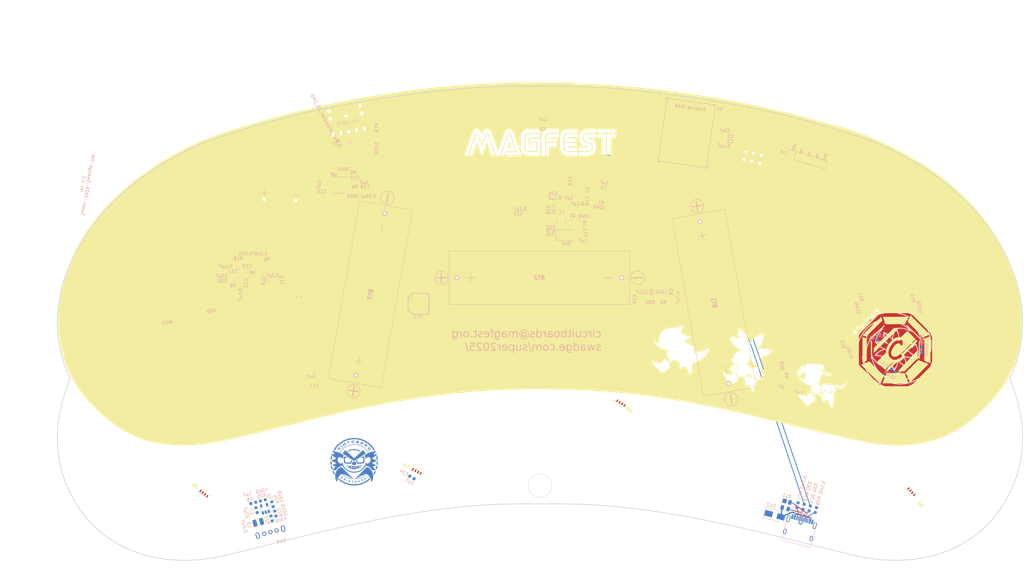
<source format=kicad_pcb>
(kicad_pcb (version 20240108) (generator "pcbnew") (generator_version "8.0")
  (layers (0 "F.Cu" signal) (31 "B.Cu" signal) (34 "B.Paste" user) (35 "F.Paste" user) (36 "B.SilkS" user "B.Silkscreen") (37 "F.SilkS" user "F.Silkscreen") (38 "B.Mask" user) (39 "F.Mask" user) (44 "Edge.Cuts" user))
  (net 0 "")
  (net 1 "BATTMID")
  (net 2 "GND")
  (net 3 "BATTMID2")
  (net 4 "BATTPLUS")
  (net 5 "EN")
  (net 6 "+3V3")
  (net 7 "SNODE")
  (net 8 "MIC")
  (net 9 "Net-(U6-VDD)")
  (net 10 "Net-(U8-Bypass)")
  (net 11 "Net-(C18-Pad1)")
  (net 12 "Net-(C20-Pad1)")
  (net 13 "TFT_LEDA")
  (net 14 "Net-(D1-IN)")
  (net 15 "Net-(D1-OUT)")
  (net 16 "Net-(D2-OUT)")
  (net 17 "Net-(D3-OUT)")
  (net 18 "Net-(D4-OUT)")
  (net 19 "Net-(D5-OUT)")
  (net 20 "Net-(D6-OUT)")
  (net 21 "Net-(D7-OUT)")
  (net 22 "Net-(D8-OUT)")
  (net 23 "Net-(D10-K)")
  (net 24 "Net-(P1-DN1)")
  (net 25 "Net-(P1-DP1)")
  (net 26 "5VIN")
  (net 27 "+5V")
  (net 28 "SPK")
  (net 29 "SCL")
  (net 30 "LCD28")
  (net 31 "SDA")
  (net 32 "RX")
  (net 33 "BTN_1")
  (net 34 "TX")
  (net 35 "Net-(U3-LX)")
  (net 36 "GPIO42")
  (net 37 "GPIO40")
  (net 38 "CC2")
  (net 41 "CC1")
  (net 42 "TFTATP")
  (net 43 "LED")
  (net 44 "Net-(U8-VO1)")
  (net 45 "USB_D+")
  (net 46 "USB_D-")
  (net 47 "VMON")
  (net 48 "Net-(U9-+)")
  (net 49 "Net-(U3-FB)")
  (net 50 "TFT_RS")
  (net 51 "BTN_2")
  (net 52 "BTN_3")
  (net 53 "BTN_4")
  (net 54 "BTN_5")
  (net 55 "BTN_6")
  (net 56 "BTN_7")
  (net 57 "BTN_8")
  (net 60 "TFT_CS")
  (net 61 "TFT_FMARK")
  (net 62 "TOUCH_6")
  (net 63 "TOUCH_2")
  (net 65 "TFT_RESET")
  (net 66 "TOUCH_1")
  (net 67 "TOUCH_4")
  (net 68 "TFT_SCL")
  (net 70 "TFT_SDA")
  (net 71 "TOUCH_5")
  (net 72 "TOUCH_3")
  (net 77 "SPK_SHDN")
  (net 78 "Net-(U8-IN-)")
  (net 79 "Net-(U8-VO2)")
  (net 80 "Net-(U4-Bottom)")
  (net 81 "Net-(U4-Right)")
  (net 82 "Net-(U4-Top_Right)")
  (net 83 "Net-(U4-Top_Left)")
  (net 84 "Net-(U4-Left)")
  (net 85 "Net-(U4-Center)")
  (net 88 "Net-(J2-Pad1)")
  (footprint "Swadge_Parts:4020PAD" (layer "F.Cu") (at 128.056542 192.340604 -38)
    (property "Reference" "D6")
    (property "Value" "LC8812B-4020" (hide yes))
  )
  (footprint "Swadge_Hotdog:longdog-condiment" (layer "F.Cu") (at 81.95 62.4375)
    (property "Reference" "N2" (hide yes))
    (property "Value" "Condiment Acrylic" (hide yes))
  )
  (footprint "Swadge_Parts:4020PAD" (layer "F.Cu") (at 347.444804 94.6195 -30)
    (property "Reference" "D2")
    (property "Value" "LC8812B-4020" (hide yes))
  )
  (footprint "Swadge_Parts:B3FS4002P" (layer "F.Cu") (at 338.583228 122.688846 110)
    (property "Reference" "SW8")
    (property "Value" "B3FS-4002P" (hide yes))
  )
  (footprint "Swadge_Parts:4020PAD" (layer "F.Cu") (at 235.53433 71.93)
    (property "Reference" "D3")
    (property "Value" "LC8812B-4020" (hide yes))
  )
  (footprint "Swadge_Parts:YTS-D003-1A" (layer "F.Cu") (at 138.300523 141.40959 -170)
    (property "Reference" "SW6")
    (property "Value" "YTS-D003-1A")
  )
  (footprint "Swadge_Parts:4020PAD" (layer "F.Cu") (at 259.729356 163.771357 147)
    (property "Reference" "D8")
    (property "Value" "LC8812B-4020" (hide yes))
  )
  (footprint "Swadge_Parts:4020PAD" (layer "F.Cu") (at 195.301841 185.337927 -27)
    (property "Reference" "D7")
    (property "Value" "LC8812B-4020" (hide yes))
  )
  (footprint "Swadge_Parts:4020PAD" (layer "F.Cu") (at 311.889239 161.823783 165)
    (property "Reference" "D1")
    (property "Value" "LC8812B-4020" (hide yes))
  )
  (footprint "Swadge_Parts:Touch_Teeth_5b" (layer "F.Cu") (at 346.334 164.113405 135)
    (property "Reference" "U4" (hide yes))
    (property "Value" "~" (hide yes))
  )
  (footprint "Swadge_Parts:4020PAD" (layer "F.Cu") (at 110.598478 102.266263 40)
    (property "Reference" "D4")
    (property "Value" "LC8812B-4020" (hide yes))
  )
  (footprint "Swadge_Parts:4020PAD" (layer "F.Cu") (at 162.834264 160.351752 -167)
    (property "Reference" "D5")
    (property "Value" "LC8812B-4020" (hide yes))
  )
  (footprint "Swadge_Parts:INGHAi_MIC_GMI4013S-2C58DB" (layer "F.Cu") (at 270.388 116.38)
    (property "Reference" "MK1")
    (property "Value" "Microphone")
  )
  (footprint "Swadge_Parts:NULL" (layer "F.Cu") (at 69.033476 217.44825)
    (property "Reference" "U2" (hide yes))
    (property "Value" "RB017A1505A" (hide yes))
  )
  (footprint "Swadge_Parts:B3FS4002P" (layer "F.Cu") (at 326.983228 128.238846 110)
    (property "Reference" "SW7")
    (property "Value" "B3FS-4002P" (hide yes))
  )
  (footprint "Swadge_Parts:YTS-D003-1A" (layer "F.Cu") (at 139.536898 148.421421 -170)
    (property "Reference" "SW5")
    (property "Value" "YTS-D003-1A")
  )
  (footprint "Swadge_Parts:4020PAD" (layer "F.Cu") (at 351.416512 191.744186 133)
    (property "Reference" "D9")
    (property "Value" "LC8812B-4020" (hide yes))
  )
  (footprint "Swadge_Parts:YTS-D003-1A" (layer "F.Cu") (at 107.6125 150.152544 135)
    (property "Reference" "SW4")
    (property "Value" "YTS-D003-1A")
  )
  (footprint "Swadge_Parts:YTS-D003-1A" (layer "F.Cu") (at 113.521146 144.980583 -135)
    (property "Reference" "SW2")
    (property "Value" "YTS-D003-1A")
  )
  (footprint "Swadge_Hotdog:longdog-outline" (layer "F.Cu") (at 81.775014 62.336748)
    (property "Reference" "N1" (hide yes))
    (property "Value" "Board Outline" (hide yes))
    (fp_poly (pts (xy 152.775391 123.85463) (xy 153.121094 123.884598) (xy 153.818726 124.09906) (xy 154.235748 124.319717) (xy 154.456406 124.439087) (xy 155.016571 124.89798) (xy 155.481659 125.458145) (xy 155.785522 126.030212) (xy 155.821228 126.102036) (xy 156.029999 126.793472) (xy 156.101303 127.514359) (xy 156.029999 128.235748) (xy 155.821228 128.932877) (xy 155.785522 129.0047) (xy 155.481659 129.570557) (xy 155.016571 130.130737) (xy 154.456406 130.595825) (xy 154.235748 130.715195) (xy 153.818726 130.935852) (xy 153.121094 131.144104) (xy 152.775391 131.179764) (xy 152.735596 131.183365) (xy 152.400223 131.215927) (xy 151.678818 131.144104) (xy 151.422501 131.066589) (xy 150.987381 130.935852) (xy 150.344009 130.595825) (xy 150.182785 130.458878) (xy 149.783325 130.130737) (xy 149.324448 129.570557) (xy 149.062454 129.081711) (xy 148.984955 128.932877) (xy 148.770493 128.235764) (xy 148.6987 127.514359) (xy 148.770493 126.792961) (xy 148.984955 126.102051) (xy 149.062454 125.947021) (xy 149.324448 125.45816) (xy 149.5513 125.181686) (xy 149.783325 124.897987) (xy 150.182785 124.576042) (xy 150.344009 124.439102) (xy 150.987381 124.099068) (xy 151.422501 123.962128) (xy 151.678818 123.884613) (xy 152.400223 123.813293)) (stroke (width 0.109918) (color 25 25 25 1)) (fill none) (layer "Edge.Cuts"))
    (fp_poly (pts (xy 152.393753 1.274094) (xy 158.97969 1.274094) (xy 165.711472 1.404037) (xy 172.965713 1.804764) (xy 180.633163 2.44376) (xy 181.580917 2.541214) (xy 188.55571 3.288528) (xy 196.62413 4.328251) (xy 204.63179 5.519608) (xy 212.444992 6.840931) (xy 219.881546 8.259731) (xy 221.38829 8.584648) (xy 226.795547 9.743519) (xy 233.053421 11.281471) (xy 238.752335 12.841068) (xy 244.086746 14.422341) (xy 245.65419 14.90971) (xy 246.492661 15.169632) (xy 249.202438 16.00359) (xy 254.281601 17.584862) (xy 257.952271 18.92791) (xy 261.694824 20.487511) (xy 265.558899 22.426182) (xy 269.579895 24.689552) (xy 269.592163 24.689552) (xy 273.796448 27.23473) (xy 277.952149 30.039848) (xy 281.901306 33.083233) (xy 285.607422 36.354061) (xy 289.070495 39.81984) (xy 292.229797 43.469734) (xy 295.073242 47.271259) (xy 297.588501 51.202755) (xy 299.751404 55.264213) (xy 301.549805 59.401489) (xy 302.947205 63.614574) (xy 303.967834 67.773506) (xy 303.967834 67.784958) (xy 304.57544 71.878906) (xy 304.782288 75.983688) (xy 304.57544 80.055977) (xy 303.967834 84.074112) (xy 302.947082 87.983948) (xy 301.549683 91.763809) (xy 300.638244 93.540009) (xy 301.549683 95.727783) (xy 302.947082 99.940872) (xy 303.967834 104.099808) (xy 304.57544 108.193756) (xy 304.782288 112.298538) (xy 304.57544 116.370827) (xy 304.57544 116.381546) (xy 303.967834 120.388855) (xy 302.947082 124.298691) (xy 302.947082 124.309418) (xy 301.549683 128.089295) (xy 299.751282 131.706696) (xy 297.58844 135.118317) (xy 295.073181 138.291672) (xy 292.229797 141.183426) (xy 292.229797 141.194153) (xy 289.070435 143.782654) (xy 285.619568 145.959595) (xy 281.901245 147.76831) (xy 277.952149 149.208771) (xy 273.796448 150.24852) (xy 269.470581 150.887543) (xy 265.011108 151.125839) (xy 260.442261 150.951874) (xy 260.442261 150.9617) (xy 255.800522 150.38765) (xy 251.122269 149.423767) (xy 244.536331 147.777496) (xy 237.96254 146.131195) (xy 231.376541 144.495819) (xy 224.790604 142.892914) (xy 218.216812 141.344086) (xy 211.630844 139.871124) (xy 205.057053 138.495636) (xy 198.471115 137.228485) (xy 191.885117 136.102188) (xy 185.311355 135.138306) (xy 178.725388 134.347748) (xy 172.13942 133.752121) (xy 165.565628 133.383881) (xy 158.97969 133.264435) (xy 145.819931 133.264435) (xy 139.233963 133.383881) (xy 132.648025 133.752121) (xy 126.074234 134.347748) (xy 119.488266 135.138306) (xy 112.902298 136.102188) (xy 106.328507 137.228485) (xy 99.742569 138.495636) (xy 93.168732 139.871124) (xy 86.582794 141.344086) (xy 79.996842 142.892914) (xy 73.42302 144.495819) (xy 66.837082 146.131195) (xy 60.251129 147.777496) (xy 53.677307 149.423767) (xy 48.999115 150.38765) (xy 44.357346 150.9617) (xy 39.788483 151.125183) (xy 35.316833 150.886886) (xy 30.991013 150.247864) (xy 26.847458 149.20813) (xy 22.898315 147.767654) (xy 19.180054 145.958939) (xy 15.729111 143.782013) (xy 12.569794 141.193497) (xy 12.569794 141.18277) (xy 9.714264 138.291016) (xy 7.198959 135.117676) (xy 5.048187 131.70604) (xy 3.249817 128.088638) (xy 1.840286 124.308762) (xy 1.840286 124.298042) (xy 0.831726 120.388214) (xy 0.224167 116.380898) (xy 0.224167 116.370178) (xy 0.017593 112.297882) (xy 0.224167 108.193108) (xy 0.831726 104.099152) (xy 1.840286 99.940216) (xy 3.249817 95.727135) (xy 4.161163 93.53936) (xy 3.249817 91.773971) (xy 3.249817 91.763252) (xy 1.840286 87.983383) (xy 0.831726 84.073555) (xy 0.224167 80.055412) (xy 0.017593 75.983124) (xy 0.224167 71.878342) (xy 0.831726 67.784393) (xy 0.831726 67.773674) (xy 1.840286 63.614742) (xy 3.249817 59.401653) (xy 5.048187 55.264381) (xy 7.198959 51.202919) (xy 9.714264 47.271427) (xy 12.569794 43.469902) (xy 15.729111 39.820007) (xy 19.180054 36.354225) (xy 22.898315 33.083397) (xy 26.847458 30.040009) (xy 30.991013 27.234894) (xy 35.207474 24.689713) (xy 39.241684 22.426128) (xy 43.105774 20.487457) (xy 46.848343 18.927853) (xy 50.518005 17.584865) (xy 55.585068 16.003605) (xy 60.712891 14.422348) (xy 66.035126 12.841084) (xy 71.746185 11.281487) (xy 78.004074 9.743549) (xy 82.208374 8.844459) (xy 83.034653 8.660446) (xy 84.90596 8.25972) (xy 92.354645 6.84092) (xy 100.167862 5.519596) (xy 108.175522 4.328232) (xy 116.243942 3.288509) (xy 121.468979 2.736149) (xy 124.154373 2.443718) (xy 131.821793 1.804722) (xy 139.088211 1.403995) (xy 145.819962 1.274052)) (stroke (width 0.211913) (color 25 25 25 1)) (fill none) (layer "Edge.Cuts"))
  )
  (footprint "Swadge_Parts:YTS-D003-1A" (layer "F.Cu") (at 107.864292 139.323728 -45)
    (property "Reference" "SW1")
    (property "Value" "YTS-D003-1A")
  )
  (footprint "Swadge_Parts:HCTL HC-FPC-03-10-15RLTAG" (layer "F.Cu") (at 218.964 98.838)
    (property "Reference" "U5")
    (property "Value" "RB017A1505A_Connector")
  )
  (footprint "Swadge_Parts:INGHAi GSPK2308P-8R0.5W" (layer "F.Cu") (at 152.110852 99.60832 -3)
    (property "Reference" "U9")
    (property "Value" "INGHAi_GSPK2307P-8R1W")
  )
  (footprint "Swadge_Parts:YTS-D003-1A" (layer "F.Cu") (at 102.207437 144.980583 45)
    (property "Reference" "SW3")
    (property "Value" "YTS-D003-1A")
  )
  (footprint "Swadge_Parts:PinSocket_2x03_P2.54mm_Vertical" (layer "F.Cu") (at 299.1551 84.312624 77)
    (property "Reference" "J1")
    (property "Value" "SAO")
  )
  (footprint "Swadge_Parts:L_1008_2520Metric" (layer "B.Cu") (at 145.251449 201.43943 15)
    (property "Reference" "L3")
    (property "Value" "2.2uH")
  )
  (footprint "Swadge_Parts:PJ-307C" (layer "B.Cu") (at 172.949738 73.089896 -170)
    (property "Reference" "J2")
    (property "Value" "PJ-307C")
  )
  (footprint "Swadge_Parts:1825232-1" (layer "B.Cu") (at 149.076148 204.527638 -165)
    (property "Reference" "SW9")
    (property "Value" "SW_SPDT_1825232-1")
  )
  (footprint "Swadge_Parts:C_0603_1608Metric" (layer "B.Cu") (at 230.321425 103.814779 180)
    (property "Reference" "C23")
    (property "Value" "0.1μF")
  )
  (footprint "Swadge_Parts:PinHeader_1x05_P2.54mm_Vertical" (layer "B.Cu") (at 313.503944 85.215503 -107)
    (property "Reference" "J3")
    (property "Value" "PGM")
  )
  (footprint "Swadge_Parts:R_0603_1608Metric" (layer "B.Cu") (at 236.764 105.7065 -90)
    (property "Reference" "R26")
    (property "Value" "10kΩ")
  )
  (footprint "Swadge_Parts:R_0603_1608Metric" (layer "B.Cu") (at 182.5548 79.6769 90)
    (property "Reference" "R19")
    (property "Value" "120Ω")
  )
  (footprint "Swadge_Parts:C_0603_1608Metric" (layer "B.Cu") (at 266.222 130.35 180)
    (property "Reference" "C20")
    (property "Value" "22μF")
  )
  (footprint "Swadge_Parts:C_0603_1608Metric" (layer "B.Cu") (at 313.112133 159.25458 -15)
    (property "Reference" "C4")
    (property "Value" "1μF")
  )
  (footprint "Swadge_Parts:L_1210_3225Metric" (layer "B.Cu") (at 240.92 106.4565 90)
    (property "Reference" "L1")
    (property "Value" "33uH_500mA" (hide yes))
  )
  (footprint "Swadge_Parts:C_0603_1608Metric" (layer "B.Cu") (at 243.77 96.594 -90)
    (property "Reference" "C19")
    (property "Value" "1μF")
  )
  (footprint "Swadge_Parts:C_0603_1608Metric" (layer "B.Cu") (at 162.490133 156.61422 15)
    (property "Reference" "C17")
    (property "Value" "1μF")
  )
  (footprint "Swadge_Parts:R_0603_1608Metric" (layer "B.Cu") (at 247.02 106.9565 90)
    (property "Reference" "R7")
    (property "Value" "10kΩ")
  )
  (footprint "Swadge_Parts:R_0603_1608Metric" (layer "B.Cu") (at 146.684233 194.488162 -165)
    (property "Reference" "R25")
    (property "Value" "43kΩ")
  )
  (footprint "Swadge_Parts:SOT-23-5" (layer "B.Cu") (at 147.368602 197.138853 105)
    (property "Reference" "U3")
    (property "Value" "MT3410")
  )
  (footprint "Swadge_Parts:R_0603_1608Metric" (layer "B.Cu") (at 137.201792 125.184893 180)
    (property "Reference" "R8")
    (property "Value" "33Ω")
  )
  (footprint "Swadge_Parts:R_0603_1608Metric" (layer "B.Cu") (at 145.401792 118.104893)
    (property "Reference" "R6")
    (property "Value" "5.1kΩ")
  )
  (footprint "Swadge_Parts:R_0603_1608Metric" (layer "B.Cu") (at 272.522 130.35)
    (property "Reference" "R3")
    (property "Value" "12kΩ")
  )
  (footprint "Swadge_Hotdog:GARBOTNIK" (layer "B.Cu") (at 183.024246 174.791047 180)
    (property "Reference" "REF**" (hide yes))
    (property "Value" "GARBOTNIK" (hide yes))
  )
  (footprint "Swadge_Parts:C_0603_1608Metric" (layer "B.Cu") (at 291.995836 79.151599 -8)
    (property "Reference" "C2")
    (property "Value" "22μF")
  )
  (footprint "Swadge_Parts:C_0603_1608Metric" (layer "B.Cu") (at 238.5075 105.7065 -90)
    (property "Reference" "C22")
    (property "Value" "22μF")
  )
  (footprint "Swadge_Parts:R_0603_1608Metric" (layer "B.Cu") (at 319.334403 197.036779 -105)
    (property "Reference" "R14")
    (property "Value" "33Ω")
  )
  (footprint "Swadge_Parts:SOT-143" (layer "B.Cu") (at 311.879765 195.947519 -105)
    (property "Reference" "D11")
    (property "Value" "SP0503BAHT")
  )
  (footprint "Swadge_Parts:R_0603_1608Metric" (layer "B.Cu") (at 321.266256 197.554418 -105)
    (property "Reference" "R28")
    (property "Value" "5.1kΩ")
  )
  (footprint "Swadge_Parts:R_0603_1608Metric" (layer "B.Cu") (at 315.470701 196.001503 -105)
    (property "Reference" "R27")
    (property "Value" "5.1kΩ")
  )
  (footprint "Swadge_Parts:R_0603_1608Metric" (layer "B.Cu") (at 352.547252 133.638464 -80)
    (property "Reference" "R10")
    (property "Value" "510Ω")
  )
  (footprint "Swadge_Parts:C_0603_1608Metric" (layer "B.Cu") (at 247.02 110.0565 -90)
    (property "Reference" "C11")
    (property "Value" "1μF")
  )
  (footprint "Swadge_Parts:R_0603_1608Metric" (layer "B.Cu") (at 253.682914 99.046914 -8)
    (property "Reference" "R1")
    (property "Value" "10kΩ")
  )
  (footprint "Swadge_Parts:C_0603_1608Metric" (layer "B.Cu") (at 178.916 96.868)
    (property "Reference" "C18")
    (property "Value" "0.39uF")
  )
  (footprint "Swadge_Parts:R_0603_1608Metric" (layer "B.Cu") (at 345.721998 153.47641 -39)
    (property "Reference" "R15")
    (property "Value" "510Ω")
  )
  (footprint "Swadge_Parts:D_SMA" (layer "B.Cu") (at 308.310519 199.196245 -15)
    (property "Reference" "D12")
    (property "Value" "D")
  )
  (footprint "Swadge_Parts:USB_C_Receptacle_HRO_TYPE-C-31-M-12" (layer "B.Cu") (at 315.951097 204.39125 165)
    (property "Reference" "P1")
    (property "Value" "USB_C_Plug_USB2.0")
  )
  (footprint "Swadge_Parts:C_0603_1608Metric" (layer "B.Cu") (at 241.34 97.45855 180)
    (property "Reference" "C25")
    (property "Value" "0.1μF")
  )
  (footprint "Swadge_Parts:R_0603_1608Metric" (layer "B.Cu") (at 175.716 96.868 180)
    (property "Reference" "R9")
    (property "Value" "20kΩ")
  )
  (footprint "Swadge_Parts:LGA-14_3x2.5mm_P0.5mm_LayoutBorder3x4y" (layer "B.Cu") (at 140.575792 122.758393 180)
    (property "Reference" "U6")
    (property "Value" "LSM6DSL")
  )
  (footprint "Swadge_Parts:C_0603_1608Metric" (layer "B.Cu") (at 275.622 130.35 180)
    (property "Reference" "C9")
    (property "Value" "4.7nF")
  )
  (footprint "Swadge_Parts:C_0603_1608Metric" (layer "B.Cu") (at 165.766 94.6555 90)
    (property "Reference" "C15")
    (property "Value" "1μF")
  )
  (footprint "Swadge_Parts:SOP-8_3.9x4.9mm_P1.27mm" (layer "B.Cu") (at 170.397 94.917 180)
    (property "Reference" "U8")
    (property "Value" "FM8002A")
  )
  (footprint "Swadge_Parts:C_0603_1608Metric" (layer "B.Cu") (at 144.71659 197.577234 -75)
    (property "Reference" "C7")
    (property "Value" "22μF")
  )
  (footprint "Swadge_Parts:C_0603_1608Metric" (layer "B.Cu") (at 138.613292 120.470893 180)
    (property "Reference" "C10")
    (property "Value" "0.1μF")
  )
  (footprint "Swadge_Parts:C_0603_1608Metric" (layer "B.Cu") (at 137.201792 123.584893 180)
    (property "Reference" "C12")
    (property "Value" "22μF")
  )
  (footprint "Swadge_Parts:C_0603_1608Metric" (layer "B.Cu") (at 175.716 93.9145 180)
    (property "Reference" "C14")
    (property "Value" "1μF")
  )
  (footprint "Swadge_Parts:R_0603_1608Metric" (layer "B.Cu") (at 330.622937 148.135006 -74)
    (property "Reference" "R12")
    (property "Value" "510Ω")
  )
  (footprint "Swadge_Parts:R_0603_1608Metric" (layer "B.Cu") (at 150.667731 198.652826 105)
    (property "Reference" "R22")
    (property "Value" "10kΩ")
  )
  (footprint "Swadge_Parts:SOT-23" (layer "B.Cu") (at 244.42 106.9565 180)
    (property "Reference" "Q1")
    (property "Value" "Q_PMOS_GSD")
  )
  (footprint "Swadge_Parts:C_0603_1608Metric" (layer "B.Cu") (at 143.674554 195.281662 -165)
    (property "Reference" "C6")
    (property "Value" "1μF")
  )
  (footprint "Swadge_Parts:C_0603_1608Metric" (layer "B.Cu") (at 150.351792 124.924893)
    (property "Reference" "C21")
    (property "Value" "2.2μF")
  )
  (footprint "Swadge_Parts:R_0603_1608Metric" (layer "B.Cu") (at 172.5905 91.408)
    (property "Reference" "R5")
    (property "Value" "20kΩ")
  )
  (footprint "Swadge_Parts:C_0603_1608Metric" (layer "B.Cu") (at 234.8025 75.6384 180)
    (property "Reference" "C5")
    (property "Value" "1μF")
  )
  (footprint "Swadge_Parts:C_0603_1608Metric" (layer "B.Cu") (at 193.760005 187.25865 150)
    (property "Reference" "C24")
    (property "Value" "1μF")
  )
  (footprint "Swadge_Parts:2460" (layer "B.Cu") (at 289.160015 132.037922 100)
    (property "Reference" "BT1")
    (property "Value" "Battery" (hide yes))
  )
  (footprint "Swadge_Parts:ESP32-S2-MINI-1" (layer "B.Cu") (at 280.202718 80.702333 172)
    (property "Reference" "U1")
    (property "Value" "ESP32-S2-MINI-1")
  )
  (footprint "Swadge_Parts:R_0603_1608Metric" (layer "B.Cu") (at 310.6724 155.0133 90)
    (property "Reference" "R4")
    (property "Value" "33Ω")
  )
  (footprint "Swadge_Parts:R_0603_1608Metric" (layer "B.Cu") (at 149.735997 195.705494 105)
    (property "Reference" "R24")
    (property "Value" "10kΩ")
  )
  (footprint "Swadge_Parts:R_0603_1608Metric" (layer "B.Cu") (at 336.037252 133.384464 -80)
    (property "Reference" "R11")
    (property "Value" "510Ω")
  )
  (footprint "Swadge_Parts:R_0603_1608Metric" (layer "B.Cu") (at 341.509333 143.86218 -15)
    (property "Reference" "R17")
    (property "Value" "510Ω")
  )
  (footprint "Swadge_Parts:R_0603_1608Metric" (layer "B.Cu") (at 269.372 130.35 180)
    (property "Reference" "R2")
    (property "Value" "33Ω")
  )
  (footprint "Swadge_Parts:2460" (layer "B.Cu") (at 234 124.1524 180)
    (property "Reference" "BT2")
    (property "Value" "Battery" (hide yes))
  )
  (footprint "Swadge_Parts:C_Radial_D6.3_L5.8_P5.34" (layer "B.Cu") (at 195.836 132.382)
    (property "Reference" "C26")
    (property "Value" "470μF")
  )
  (footprint "Swadge_Parts:RK10J11R001Y" (layer "B.Cu") (at 159.506966 78.307358 -152)
    (property "Reference" "RV1")
    (property "Value" "R_Potentiometer_US_SMD")
    (fp_poly (pts (xy 1.1 3.7) (xy -1.1 3.7) (xy -1.1 4.7) (xy 1.1 4.7)) (stroke (width 0.05)) (fill none) (layer "Edge.Cuts"))
    (fp_poly (pts (xy 1.1 -4.7) (xy -1.1 -4.7) (xy -1.1 -3.7) (xy 1.1 -3.7)) (stroke (width 0.05)) (fill none) (layer "Edge.Cuts"))
  )
  (footprint "Swadge_Parts:D_SMA" (layer "B.Cu") (at 242.62 110.6565)
    (property "Reference" "D10")
    (property "Value" "D")
  )
  (footprint "Swadge_Parts:R_0603_1608Metric" (layer "B.Cu") (at 354.716 146.8345 -90)
    (property "Reference" "R16")
    (property "Value" "510Ω")
  )
  (footprint "Swadge_Parts:R_0603_1608Metric" (layer "B.Cu") (at 141.901792 118.104893)
    (property "Reference" "R18")
    (property "Value" "5.1kΩ")
  )
  (footprint "Swadge_Parts:C_0603_1608Metric" (layer "B.Cu") (at 139.551792 125.834893 -90)
    (property "Reference" "C13")
    (property "Value" "0.1μF")
  )
  (footprint "Swadge_Parts:BGA-4-.83x.83" (layer "B.Cu") (at 148.131792 124.984893 180)
    (property "Reference" "U10")
    (property "Value" "~")
  )
  (footprint "Swadge_Parts:C_0603_1608Metric" (layer "B.Cu") (at 253.961261 97.066378 172)
    (property "Reference" "C1")
    (property "Value" "1μF")
  )
  (footprint "Swadge_Parts:R_0603_1608Metric" (layer "B.Cu") (at 317.402553 196.519141 -105)
    (property "Reference" "R13")
    (property "Value" "33Ω")
  )
  (footprint "Swadge_Parts:SOT-23" (layer "B.Cu") (at 246.366 96.5245)
    (property "Reference" "U7")
    (property "Value" "GENERIC_LDO_2.8" (hide yes))
  )
  (footprint "Swadge_Parts:2460" (layer "B.Cu") (at 180.667984 129.387922 -100)
    (property "Reference" "BT3")
    (property "Value" "Battery" (hide yes))
  )
  (footprint "Swadge_Parts:R_0603_1608Metric" (layer "B.Cu") (at 149.445433 200.205371 105)
    (property "Reference" "R21")
    (property "Value" "43kΩ")
  )
  (footprint "Swadge_Parts:C_0603_1608Metric" (layer "B.Cu") (at 246.4155 99.1345 180)
    (property "Reference" "C16")
    (property "Value" "0.1μF")
  )
  (footprint "Swadge_Parts:C_0603_1608Metric" (layer "B.Cu") (at 291.779282 80.692456 -8)
    (property "Reference" "C3")
    (property "Value" "0.1μF")
  )
  (gr_circle (center 160.491792 130.464893) (end 160.581792 130.434893) (stroke (width 0.15)) (fill none) (layer "B.SilkS"))
  (gr_circle (center 157.421792 130.314893) (end 157.551792 130.304893) (stroke (width 0.15)) (fill none) (layer "B.SilkS"))
  (gr_circle (center 158.871792 130.364893) (end 158.971792 130.374893) (stroke (width 0.15)) (fill none) (layer "B.SilkS"))
  (gr_text "BATT" (at 118.381792 138.394893 15) (layer "B.SilkS") (effects (font (size 1 1)) (justify left bottom mirror)))
  (gr_text "GND\n\nRX\n\nTX\n\n5V\n\nPGM" (at 313.512897 84.057522 -107) (layer "B.SilkS") (effects (font (size 0.8 0.8)) (justify left bottom mirror)))
  (gr_text "Super-2025-Swadge-HW\nrev 1.1" (at 89.321792 94.434893 260) (layer "B.SilkS") (effects (font (size 1 1)) (justify bottom mirror)))
  (gr_text "circuitboards@magfest.org" (at 253.5732 143.4056 0) (layer "B.SilkS") (effects (font (size 2.5 2.5)) (justify left bottom mirror)))
  (gr_text "swadge.com/super2025/" (at 253.5732 147.622 0) (layer "B.SilkS") (effects (font (size 2.5 2.5)) (justify left bottom mirror)))
  (gr_text "USB" (at 132.161792 134.754893 15) (layer "B.SilkS") (effects (font (size 1 1)) (justify left bottom mirror)))
  (segment (start 254.741097 97.175977) (end 266.902091 76.087158) (width 0.25) (layer "B.Cu") (net 5))
  (segment (start 271.709326 73.607593) (end 274.09892 73.836026) (width 0.25) (layer "B.Cu") (net 5))
  (segment (start 254.46275 99.156513) (end 254.741097 97.175977) (width 0.25) (layer "B.Cu") (net 5))
  (arc (start 266.902091 76.087158) (mid 268.941464 74.1412) (end 271.709326 73.607593) (width 0.25) (layer "B.Cu") (net 5))
  (segment (start 165.766 95.443) (end 167.772 95.552) (width 0.4) (layer "B.Cu") (net 6))
  (segment (start 171.803 91.408) (end 170.3496 94.420951) (width 0.4) (layer "B.Cu") (net 6))
  (segment (start 247.02 109.269) (end 247.02 107.744) (width 0.4) (layer "B.Cu") (net 6))
  (segment (start 168.548233 95.552) (end 167.772 95.552) (width 0.4) (layer "B.Cu") (net 6))
  (segment (start 245.42 107.9065) (end 247.02 107.744) (width 0.4) (layer "B.Cu") (net 6))
  (arc (start 170.3496 94.420951) (mid 169.611741 95.245798) (end 168.548233 95.552) (width 0.4) (layer "B.Cu") (net 6))
  (segment (start 174.9285 93.9145) (end 173.022 94.282) (width 0.25) (layer "B.Cu") (net 10))
  (segment (start 173.022 94.282) (end 173.022 95.552) (width 0.25) (layer "B.Cu") (net 10))
  (segment (start 176.5035 96.868) (end 178.1285 96.868) (width 0.25) (layer "B.Cu") (net 11))
  (segment (start 238.5075 104.919) (end 240.92 105.0565) (width 0.25) (layer "B.Cu") (net 13))
  (segment (start 243.42 106.9565) (end 240.92 107.8565) (width 0.25) (layer "B.Cu") (net 23))
  (segment (start 240.92 107.8565) (end 240.62 110.6565) (width 0.25) (layer "B.Cu") (net 23))
  (segment (start 314.1268 195.4248) (end 318.503191 198.632791) (width 0.25) (layer "F.Cu") (net 24))
  (via (at 314.1268 195.4248) (size 0.5) (drill 0.3) (layers "F.Cu" "B.Cu") (net 24))
  (via (at 318.503191 198.632791) (size 0.5) (drill 0.3) (layers "F.Cu" "B.Cu") (net 24))
  (segment (start 313.082095 195.130879) (end 314.1268 195.4248) (width 0.25) (layer "B.Cu") (net 24))
  (segment (start 318.0892 199.184) (end 317.655197 199.063444) (width 0.25) (layer "B.Cu") (net 24))
  (segment (start 317.039997 199.410018) (end 316.756539 200.419375) (width 0.25) (layer "B.Cu") (net 24))
  (segment (start 317.722464 200.678194) (end 318.0892 199.184) (width 0.25) (layer "B.Cu") (net 24))
  (segment (start 318.0892 199.184) (end 318.503191 198.632791) (width 0.25) (layer "B.Cu") (net 24))
  (segment (start 318.503191 198.632791) (end 319.130583 197.797446) (width 0.25) (layer "B.Cu") (net 24))
  (arc (start 317.655197 199.063444) (mid 317.275963 199.109574) (end 317.039997 199.410018) (width 0.25) (layer "B.Cu") (net 24))
  (segment (start 313.6696 197.5584) (end 316.766951 198.3712) (width 0.25) (layer "F.Cu") (net 25))
  (via (at 313.6696 197.5584) (size 0.5) (drill 0.3) (layers "F.Cu" "B.Cu") (net 25))
  (via (at 316.766951 198.3712) (size 0.5) (drill 0.3) (layers "F.Cu" "B.Cu") (net 25))
  (segment (start 312.512695 197.255916) (end 313.6696 197.5584) (width 0.25) (layer "B.Cu") (net 25))
  (segment (start 316.8192 198.168) (end 317.198733 197.279808) (width 0.25) (layer "B.Cu") (net 25))
  (segment (start 316.244481 201.928358) (end 316.436462 201.978879) (width 0.25) (layer "B.Cu") (net 25))
  (segment (start 316.766951 198.3712) (end 316.8192 198.168) (width 0.25) (layer "B.Cu") (net 25))
  (segment (start 316.273576 200.289966) (end 316.766951 198.3712) (width 0.25) (layer "B.Cu") (net 25))
  (segment (start 316.923985 201.697955) (end 317.239501 200.548785) (width 0.25) (layer "B.Cu") (net 25))
  (segment (start 316.273576 200.289966) (end 315.960421 201.436102) (width 0.25) (layer "B.Cu") (net 25))
  (arc (start 315.960421 201.436102) (mid 315.999824 201.741452) (end 316.244481 201.928358) (width 0.25) (layer "B.Cu") (net 25))
  (arc (start 316.923985 201.697955) (mid 316.737968 201.938629) (end 316.436462 201.978879) (width 0.25) (layer "B.Cu") (net 25))
  (segment (start 319.664 199.9968) (end 314.784108 198.628292) (width 0.4) (layer "F.Cu") (net 26))
  (via (at 319.664 199.9968) (size 0.5) (drill 0.3) (layers "F.Cu" "B.Cu") (net 26))
  (via (at 314.784108 198.628292) (size 0.5) (drill 0.3) (layers "F.Cu" "B.Cu") (net 26))
  (segment (start 313.443134 198.357794) (end 310.242371 199.713883) (width 0.4) (layer "B.Cu") (net 26))
  (segment (start 319.364538 201.118187) (end 319.664 199.9968) (width 0.4) (layer "B.Cu") (net 26))
  (segment (start 310.242371 199.713883) (end 310.677435 196.764159) (width 0.4) (layer "B.Cu") (net 26))
  (segment (start 314.631502 199.849973) (end 314.856261 199.05115) (width 0.4) (layer "B.Cu") (net 26))
  (segment (start 314.514949 198.435727) (end 314.113243 198.318563) (width 0.4) (layer "B.Cu") (net 26))
  (arc (start 314.856261 199.05115) (mid 314.812206 198.673226) (end 314.514949 198.435727) (width 0.4) (layer "B.Cu") (net 26))
  (arc (start 313.443134 198.357794) (mid 313.774798 198.280272) (end 314.113243 198.318563) (width 0.4) (layer "B.Cu") (net 26))
  (segment (start 256.926 88.2876) (end 280.5988 90.1164) (width 0.25) (layer "F.Cu") (net 28))
  (via (at 280.5988 90.1164) (size 0.5) (drill 0.3) (layers "F.Cu" "B.Cu") (net 28))
  (via (at 256.926 88.2876) (size 0.5) (drill 0.3) (layers "F.Cu" "B.Cu") (net 28))
  (segment (start 179.7035 96.868) (end 256.926 88.2876) (width 0.25) (layer "B.Cu") (net 28))
  (segment (start 280.5988 90.1164) (end 280.911962 87.870804) (width 0.25) (layer "B.Cu") (net 28))
  (segment (start 218.364 97.298) (end 218.3688 95.6536) (width 0.25) (layer "F.Cu") (net 30))
  (segment (start 218.3688 95.6536) (end 220.7564 95.6028) (width 0.25) (layer "F.Cu") (net 30))
  (segment (start 220.764 97.298) (end 220.7564 95.6028) (width 0.25) (layer "F.Cu") (net 30))
  (via (at 220.7564 95.6028) (size 0.5) (drill 0.3) (layers "F.Cu" "B.Cu") (net 30))
  (segment (start 231.1196 99.9716) (end 221.2644 95.6028) (width 0.25) (layer "B.Cu") (net 30))
  (segment (start 242.1275 97.45855) (end 243.77 95.8065) (width 0.25) (layer "B.Cu") (net 30))
  (segment (start 243.77 95.8065) (end 245.366 95.5745) (width 0.25) (layer "B.Cu") (net 30))
  (segment (start 231.108925 103.814779) (end 231.1196 99.9716) (width 0.25) (layer "B.Cu") (net 30))
  (segment (start 240.3144 100.3272) (end 242.1275 97.45855) (width 0.25) (layer "B.Cu") (net 30))
  (segment (start 221.2644 95.6028) (end 220.7564 95.6028) (width 0.25) (layer "B.Cu") (net 30))
  (segment (start 231.108925 103.814779) (end 240.3144 100.3272) (width 0.25) (layer "B.Cu") (net 30))
  (segment (start 315.30765 200.031147) (end 315.678703 198.646261) (width 0.25) (layer "B.Cu") (net 38))
  (segment (start 315.670137 198.098578) (end 315.266881 196.76217) (width 0.25) (layer "B.Cu") (net 38))
  (arc (start 315.670137 198.098578) (mid 315.71265 198.371822) (end 315.678703 198.646261) (width 0.25) (layer "B.Cu") (net 38))
  (segment (start 318.705217 199.486253) (end 321.062436 198.315085) (width 0.25) (layer "B.Cu") (net 41))
  (segment (start 318.205427 200.807604) (end 318.441322 199.818084) (width 0.25) (layer "B.Cu") (net 41))
  (arc (start 318.705217 199.486253) (mid 318.536356 199.622813) (end 318.441322 199.818084) (width 0.25) (layer "B.Cu") (net 41))
  (segment (start 247.02 106.169) (end 255.261193 103.379839) (width 0.25) (layer "B.Cu") (net 42))
  (segment (start 247.02 106.169) (end 245.42 106.0065) (width 0.25) (layer "B.Cu") (net 42))
  (segment (start 257.872087 101.335196) (end 266.519494 87.796721) (width 0.25) (layer "B.Cu") (net 42))
  (segment (start 271.175159 85.507751) (end 272.442762 85.620216) (width 0.25) (layer "B.Cu") (net 42))
  (arc (start 271.175159 85.507751) (mid 268.527228 86.00117) (end 266.519494 87.796721) (width 0.25) (layer "B.Cu") (net 42))
  (arc (start 255.261193 103.379839) (mid 256.741088 102.580278) (end 257.872087 101.335196) (width 0.25) (layer "B.Cu") (net 42))
  (segment (start 165.8924 96.822) (end 164.6732 87.932) (width 0.25) (layer "F.Cu") (net 44))
  (via (at 164.6732 87.932) (size 0.5) (drill 0.3) (layers "F.Cu" "B.Cu") (net 44))
  (via (at 165.8924 96.822) (size 0.5) (drill 0.3) (layers "F.Cu" "B.Cu") (net 44))
  (segment (start 167.772 96.822) (end 165.8924 96.822) (width 0.25) (layer "B.Cu") (net 44))
  (segment (start 164.6732 87.932) (end 163.73221 86.253886) (width 0.25) (layer "B.Cu") (net 44))
  (segment (start 286.156528 102.909195) (end 277.956197 93.757444) (width 0.25) (layer "B.Cu") (net 45))
  (segment (start 317.606373 195.758474) (end 287.175124 104.661649) (width 0.25) (layer "B.Cu") (net 45))
  (segment (start 277.708607 92.966644) (end 278.386778 87.515912) (width 0.25) (layer "B.Cu") (net 45))
  (arc (start 277.956197 93.757444) (mid 277.746636 93.388896) (end 277.708607 92.966644) (width 0.25) (layer "B.Cu") (net 45))
  (arc (start 287.175124 104.661649) (mid 286.755562 103.733264) (end 286.156528 102.909195) (width 0.25) (layer "B.Cu") (net 45))
  (segment (start 278.665326 92.966517) (end 279.228506 87.634209) (width 0.25) (layer "B.Cu") (net 46))
  (segment (start 319.538223 196.276112) (end 288.054189 104.226761) (width 0.25) (layer "B.Cu") (net 46))
  (segment (start 286.989263 102.44483) (end 278.926596 93.751563) (width 0.25) (layer "B.Cu") (net 46))
  (arc (start 278.665326 92.966517) (mid 278.710962 93.387328) (end 278.926596 93.751563) (width 0.25) (layer "B.Cu") (net 46))
  (arc (start 286.989263 102.44483) (mid 287.615222 103.27992) (end 288.054189 104.226761) (width 0.25) (layer "B.Cu") (net 46))
  (segment (start 170.505652 80.661148) (end 171.35596 78.448055) (width 0.25) (layer "F.Cu") (net 48))
  (segment (start 157.4596 87.17) (end 169.459743 81.767545) (width 0.25) (layer "F.Cu") (net 48))
  (via (at 157.4596 87.17) (size 0.5) (drill 0.3) (layers "F.Cu" "B.Cu") (net 48))
  (arc (start 169.459743 81.767545) (mid 170.092096 81.317764) (end 170.505652 80.661148) (width 0.25) (layer "F.Cu") (net 48))
  (segment (start 172.840027 75.781312) (end 173.858221 75.571684) (width 0.25) (layer "B.Cu") (net 48))
  (segment (start 176.248733 77.304734) (end 176.279998 77.579814) (width 0.25) (layer "B.Cu") (net 48))
  (segment (start 147.117704 99.34664) (end 157.4596 87.17) (width 0.25) (layer "B.Cu") (net 48))
  (segment (start 171.35596 78.448055) (end 171.297728 78.203502) (width 0.25) (layer "B.Cu") (net 48))
  (arc (start 171.297728 78.203502) (mid 171.556295 76.666026) (end 172.840027 75.781312) (width 0.25) (layer "B.Cu") (net 48))
  (arc (start 176.248733 77.304734) (mid 175.435431 75.911354) (end 173.858221 75.571684) (width 0.25) (layer "B.Cu") (net 48))
  (segment (start 219.842 101.9528) (end 219.864 100.378) (width 0.25) (layer "F.Cu") (net 50))
  (via (at 219.842 101.9528) (size 0.5) (drill 0.3) (layers "F.Cu" "B.Cu") (net 50))
  (segment (start 236.764 104.919) (end 223.8044 104.8992) (width 0.25) (layer "B.Cu") (net 50))
  (segment (start 223.8044 104.8992) (end 219.842 101.9528) (width 0.25) (layer "B.Cu") (net 50))
  (segment (start 256.8752 85.392) (end 280.2432 86.4588) (width 0.25) (layer "F.Cu") (net 77))
  (via (at 280.2432 86.4588) (size 0.5) (drill 0.3) (layers "F.Cu" "B.Cu") (net 77))
  (via (at 256.8752 85.392) (size 0.5) (drill 0.3) (layers "F.Cu" "B.Cu") (net 77))
  (segment (start 173.378 91.408) (end 173.022 93.012) (width 0.25) (layer "B.Cu") (net 77))
  (segment (start 173.378 91.408) (end 256.8752 85.392) (width 0.25) (layer "B.Cu") (net 77))
  (segment (start 280.2432 86.4588) (end 280.070234 87.752507) (width 0.25) (layer "B.Cu") (net 77))
  (segment (start 171.6328 96.822) (end 168.3816 86.8652) (width 0.25) (layer "F.Cu") (net 78))
  (via (at 171.6328 96.822) (size 0.5) (drill 0.3) (layers "F.Cu" "B.Cu") (net 78))
  (via (at 168.3816 86.8652) (size 0.5) (drill 0.3) (layers "F.Cu" "B.Cu") (net 78))
  (segment (start 168.3816 86.8652) (end 167.264 84.376) (width 0.25) (layer "B.Cu") (net 78))
  (segment (start 174.9285 96.868) (end 173.022 96.822) (width 0.25) (layer "B.Cu") (net 78))
  (segment (start 173.022 96.822) (end 171.6328 96.822) (width 0.25) (layer "B.Cu") (net 78))
  (segment (start 162.347091 93.715067) (end 157.104 99.87) (width 0.25) (layer "B.Cu") (net 79))
  (segment (start 167.772 93.012) (end 163.869577 93.012) (width 0.25) (layer "B.Cu") (net 79))
  (arc (start 163.869577 93.012) (mid 163.031086 93.196254) (end 162.347091 93.715067) (width 0.25) (layer "B.Cu") (net 79))
  (segment (start 182.5548 77.01) (end 172.949738 73.089896) (width 0.25) (layer "F.Cu") (net 88))
  (via (at 182.5548 77.01) (size 0.5) (drill 0.3) (layers "F.Cu" "B.Cu") (net 88))
  (segment (start 182.5548 78.8894) (end 182.5548 77.01) (width 0.25) (layer "B.Cu") (net 88))
)
</source>
